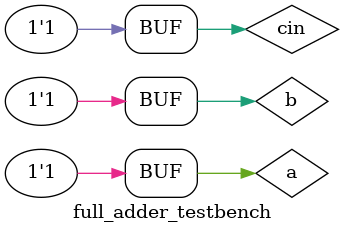
<source format=v>

`timescale 1ns/1ps

module full_adder_testbench();
reg a,b,cin;
wire sum, cout;

full_adder dut(.a(a), .b(b), .cin(cin), .sum(sum), .cout(cout));
initial begin
		a =1'b0; b=1'b0; cin=1'b0;
		#0.1;
		a =1'b0; b=1'b0; cin=1'b1;
		#0.1;
		a =1'b0; b=1'b1; cin=1'b0;
		#0.1;
		a =1'b0; b=1'b1; cin=1'b1;
		#0.1;
		a =1'b1; b=1'b0; cin=1'b0;
		#0.1;
		a =1'b1; b=1'b0; cin=1'b1;
		#0.1;
		a =1'b1; b=1'b1; cin=1'b0;
		#0.1;
		a =1'b1; b=1'b1; cin=1'b1;		
		#0.1;
	end
	
initial
	begin
		$monitor("Simulation Time = %g, a =%b, b =%b, cin = %b, sum = %b, cout = %b", $time,a,b,cin,sum,cout);
	end
endmodule
</source>
